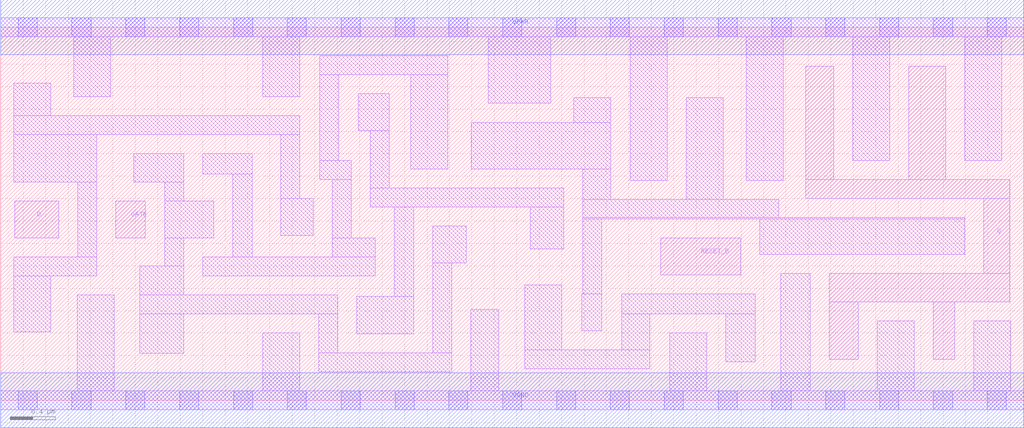
<source format=lef>
# Copyright 2020 The SkyWater PDK Authors
#
# Licensed under the Apache License, Version 2.0 (the "License");
# you may not use this file except in compliance with the License.
# You may obtain a copy of the License at
#
#     https://www.apache.org/licenses/LICENSE-2.0
#
# Unless required by applicable law or agreed to in writing, software
# distributed under the License is distributed on an "AS IS" BASIS,
# WITHOUT WARRANTIES OR CONDITIONS OF ANY KIND, either express or implied.
# See the License for the specific language governing permissions and
# limitations under the License.
#
# SPDX-License-Identifier: Apache-2.0

VERSION 5.7 ;
  NAMESCASESENSITIVE ON ;
  NOWIREEXTENSIONATPIN ON ;
  DIVIDERCHAR "/" ;
  BUSBITCHARS "[]" ;
UNITS
  DATABASE MICRONS 200 ;
END UNITS
MACRO sky130_fd_sc_hs__dlrtp_4
  CLASS CORE ;
  SOURCE USER ;
  FOREIGN sky130_fd_sc_hs__dlrtp_4 ;
  ORIGIN  0.000000  0.000000 ;
  SIZE  9.120000 BY  3.330000 ;
  SYMMETRY X Y ;
  SITE unit ;
  PIN D
    ANTENNAGATEAREA  0.208500 ;
    DIRECTION INPUT ;
    USE SIGNAL ;
    PORT
      LAYER li1 ;
        RECT 0.125000 1.450000 0.515000 1.780000 ;
    END
  END D
  PIN Q
    ANTENNADIFFAREA  1.164800 ;
    DIRECTION OUTPUT ;
    USE SIGNAL ;
    PORT
      LAYER li1 ;
        RECT 7.175000 1.800000 8.995000 1.970000 ;
        RECT 7.175000 1.970000 7.425000 2.980000 ;
        RECT 7.385000 0.365000 7.645000 0.880000 ;
        RECT 7.385000 0.880000 8.995000 1.130000 ;
        RECT 8.095000 1.970000 8.425000 2.980000 ;
        RECT 8.315000 0.365000 8.505000 0.880000 ;
        RECT 8.765000 1.130000 8.995000 1.800000 ;
    END
  END Q
  PIN RESET_B
    ANTENNAGATEAREA  0.444000 ;
    DIRECTION INPUT ;
    USE SIGNAL ;
    PORT
      LAYER li1 ;
        RECT 5.885000 1.120000 6.595000 1.450000 ;
    END
  END RESET_B
  PIN GATE
    ANTENNAGATEAREA  0.237000 ;
    DIRECTION INPUT ;
    USE CLOCK ;
    PORT
      LAYER li1 ;
        RECT 1.025000 1.450000 1.290000 1.780000 ;
    END
  END GATE
  PIN VGND
    DIRECTION INOUT ;
    USE GROUND ;
    PORT
      LAYER met1 ;
        RECT 0.000000 -0.245000 9.120000 0.245000 ;
    END
  END VGND
  PIN VPWR
    DIRECTION INOUT ;
    USE POWER ;
    PORT
      LAYER met1 ;
        RECT 0.000000 3.085000 9.120000 3.575000 ;
    END
  END VPWR
  OBS
    LAYER li1 ;
      RECT 0.000000 -0.085000 9.120000 0.085000 ;
      RECT 0.000000  3.245000 9.120000 3.415000 ;
      RECT 0.115000  0.610000 0.445000 1.110000 ;
      RECT 0.115000  1.110000 0.855000 1.280000 ;
      RECT 0.115000  1.950000 0.855000 2.370000 ;
      RECT 0.115000  2.370000 2.665000 2.540000 ;
      RECT 0.115000  2.540000 0.445000 2.830000 ;
      RECT 0.650000  2.710000 0.980000 3.245000 ;
      RECT 0.680000  0.085000 1.010000 0.940000 ;
      RECT 0.685000  1.280000 0.855000 1.950000 ;
      RECT 1.185000  1.950000 1.630000 2.200000 ;
      RECT 1.240000  0.420000 1.630000 0.770000 ;
      RECT 1.240000  0.770000 3.005000 0.940000 ;
      RECT 1.240000  0.940000 1.630000 1.200000 ;
      RECT 1.460000  1.200000 1.630000 1.450000 ;
      RECT 1.460000  1.450000 1.900000 1.780000 ;
      RECT 1.460000  1.780000 1.630000 1.950000 ;
      RECT 1.800000  1.110000 3.340000 1.280000 ;
      RECT 1.800000  2.020000 2.240000 2.200000 ;
      RECT 2.070000  1.280000 2.240000 2.020000 ;
      RECT 2.335000  0.085000 2.665000 0.600000 ;
      RECT 2.335000  2.710000 2.665000 3.245000 ;
      RECT 2.495000  1.470000 2.785000 1.800000 ;
      RECT 2.495000  1.800000 2.665000 2.370000 ;
      RECT 2.835000  0.255000 4.020000 0.425000 ;
      RECT 2.835000  0.425000 3.005000 0.770000 ;
      RECT 2.845000  1.970000 3.125000 2.140000 ;
      RECT 2.845000  2.140000 3.015000 2.905000 ;
      RECT 2.845000  2.905000 3.985000 3.075000 ;
      RECT 2.955000  1.280000 3.340000 1.450000 ;
      RECT 2.955000  1.450000 3.125000 1.970000 ;
      RECT 3.175000  0.595000 3.680000 0.925000 ;
      RECT 3.185000  2.405000 3.465000 2.735000 ;
      RECT 3.295000  1.725000 5.020000 1.895000 ;
      RECT 3.295000  1.895000 3.465000 2.405000 ;
      RECT 3.510000  0.925000 3.680000 1.725000 ;
      RECT 3.655000  2.065000 3.985000 2.905000 ;
      RECT 3.850000  0.425000 4.020000 1.225000 ;
      RECT 3.850000  1.225000 4.150000 1.555000 ;
      RECT 4.190000  0.085000 4.440000 0.810000 ;
      RECT 4.195000  2.065000 5.440000 2.480000 ;
      RECT 4.345000  2.650000 4.905000 3.245000 ;
      RECT 4.670000  0.280000 5.785000 0.450000 ;
      RECT 4.670000  0.450000 5.000000 1.030000 ;
      RECT 4.720000  1.350000 5.020000 1.725000 ;
      RECT 5.110000  2.480000 5.440000 2.700000 ;
      RECT 5.180000  0.620000 5.360000 0.950000 ;
      RECT 5.190000  0.950000 5.360000 1.620000 ;
      RECT 5.190000  1.620000 8.595000 1.630000 ;
      RECT 5.190000  1.630000 6.935000 1.790000 ;
      RECT 5.190000  1.790000 5.440000 2.065000 ;
      RECT 5.535000  0.450000 5.785000 0.770000 ;
      RECT 5.535000  0.770000 6.725000 0.950000 ;
      RECT 5.610000  1.960000 5.940000 3.245000 ;
      RECT 5.965000  0.085000 6.295000 0.600000 ;
      RECT 6.110000  1.790000 6.440000 2.700000 ;
      RECT 6.465000  0.345000 6.725000 0.770000 ;
      RECT 6.645000  1.960000 6.975000 3.245000 ;
      RECT 6.765000  1.300000 8.595000 1.620000 ;
      RECT 6.955000  0.085000 7.215000 1.130000 ;
      RECT 7.595000  2.140000 7.925000 3.245000 ;
      RECT 7.815000  0.085000 8.145000 0.710000 ;
      RECT 8.595000  2.140000 8.925000 3.245000 ;
      RECT 8.675000  0.085000 9.005000 0.710000 ;
    LAYER mcon ;
      RECT 0.155000 -0.085000 0.325000 0.085000 ;
      RECT 0.155000  3.245000 0.325000 3.415000 ;
      RECT 0.635000 -0.085000 0.805000 0.085000 ;
      RECT 0.635000  3.245000 0.805000 3.415000 ;
      RECT 1.115000 -0.085000 1.285000 0.085000 ;
      RECT 1.115000  3.245000 1.285000 3.415000 ;
      RECT 1.595000 -0.085000 1.765000 0.085000 ;
      RECT 1.595000  3.245000 1.765000 3.415000 ;
      RECT 2.075000 -0.085000 2.245000 0.085000 ;
      RECT 2.075000  3.245000 2.245000 3.415000 ;
      RECT 2.555000 -0.085000 2.725000 0.085000 ;
      RECT 2.555000  3.245000 2.725000 3.415000 ;
      RECT 3.035000 -0.085000 3.205000 0.085000 ;
      RECT 3.035000  3.245000 3.205000 3.415000 ;
      RECT 3.515000 -0.085000 3.685000 0.085000 ;
      RECT 3.515000  3.245000 3.685000 3.415000 ;
      RECT 3.995000 -0.085000 4.165000 0.085000 ;
      RECT 3.995000  3.245000 4.165000 3.415000 ;
      RECT 4.475000 -0.085000 4.645000 0.085000 ;
      RECT 4.475000  3.245000 4.645000 3.415000 ;
      RECT 4.955000 -0.085000 5.125000 0.085000 ;
      RECT 4.955000  3.245000 5.125000 3.415000 ;
      RECT 5.435000 -0.085000 5.605000 0.085000 ;
      RECT 5.435000  3.245000 5.605000 3.415000 ;
      RECT 5.915000 -0.085000 6.085000 0.085000 ;
      RECT 5.915000  3.245000 6.085000 3.415000 ;
      RECT 6.395000 -0.085000 6.565000 0.085000 ;
      RECT 6.395000  3.245000 6.565000 3.415000 ;
      RECT 6.875000 -0.085000 7.045000 0.085000 ;
      RECT 6.875000  3.245000 7.045000 3.415000 ;
      RECT 7.355000 -0.085000 7.525000 0.085000 ;
      RECT 7.355000  3.245000 7.525000 3.415000 ;
      RECT 7.835000 -0.085000 8.005000 0.085000 ;
      RECT 7.835000  3.245000 8.005000 3.415000 ;
      RECT 8.315000 -0.085000 8.485000 0.085000 ;
      RECT 8.315000  3.245000 8.485000 3.415000 ;
      RECT 8.795000 -0.085000 8.965000 0.085000 ;
      RECT 8.795000  3.245000 8.965000 3.415000 ;
  END
END sky130_fd_sc_hs__dlrtp_4
END LIBRARY

</source>
